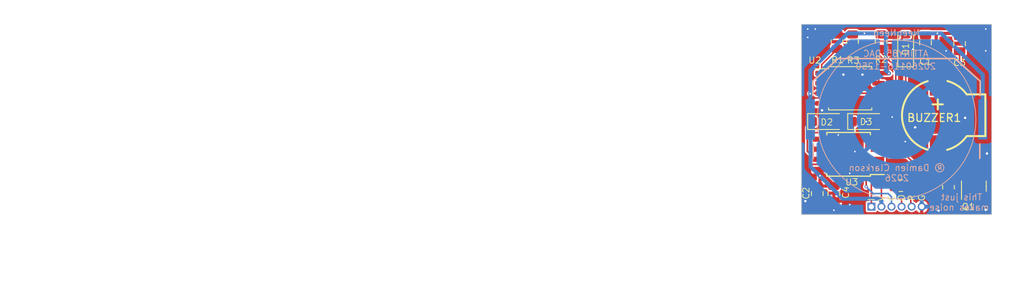
<source format=kicad_pcb>
(kicad_pcb (version 20221018) (generator pcbnew)
  (layers (0 "F.Cu" signal) (31 "B.Cu" signal) (34 "B.Paste" user) (35 "F.Paste" user) (36 "B.SilkS" user "B.Silkscreen") (37 "F.SilkS" user "F.Silkscreen") (38 "B.Mask" user) (39 "F.Mask" user) (44 "Edge.Cuts" user))
  (net 0 "")
  (net 1 "GND")
  (net 2 "3.3v")
  (net 3 "Net-(D1-A)")
  (net 4 "PB4")
  (net 5 "PB3")
  (net 6 "Net-(Q1-B)")
  (net 7 "Net-(D2-A)")
  (net 8 "Net-(D3-A)")
  (net 9 "PB2{slash}SCK")
  (net 10 "PB0{slash}MOSI")
  (net 11 "PB1{slash}MISO")
  (net 12 "PB5{slash}RESET")
  (net 13 "Net-(BUZZER1--)")
  (footprint "Capacitor_SMD:C_0805_2012Metric" (layer "F.Cu") (at 103.65 90.35 -90)
    (fp_text reference "C1" (at 2.35 0 unlocked) (layer "F.SilkS") (effects (font (size 0.8 0.8) (thickness 0.1))))
    (fp_text value "47uF")
    (fp_line (start -0.261252 -0.735) (end 0.261252 -0.735) (stroke (width 0.12)) (layer "F.SilkS"))
    (fp_line (start -0.261252 0.735) (end 0.261252 0.735) (stroke (width 0.12)) (layer "F.SilkS"))
    (pad "1" smd roundrect (at -0.95 0 270) (size 1 1.45) (layers "F.Cu" "F.Paste" "F.Mask") (net 2 "3.3v"))
    (pad "2" smd roundrect (at 0.95 0 270) (size 1 1.45) (layers "F.Cu" "F.Paste" "F.Mask") (net 1 "GND"))
  )
  (footprint "Niffum:BUZ-SMD_FUET-9025-XXV" (layer "F.Cu") (at 105.2 99.5 -90)
    (fp_text reference "BUZZER1" (at 0.3 0.45) (layer "F.SilkS"))
    (fp_text value "YS-SBZ9032C03R16_C409828")
    (fp_line (start -2.66 -6) (end 2.6 -6) (stroke (width 0.25)) (layer "F.SilkS"))
    (fp_line (start -2.66 -3.65) (end -2.66 -6) (stroke (width 0.25)) (layer "F.SilkS"))
    (fp_line (start -2.03 0) (end -0.76 0) (stroke (width 0.25)) (layer "F.SilkS"))
    (fp_line (start -1.4 0.64) (end -1.4 -0.63) (stroke (width 0.25)) (layer "F.SilkS"))
    (fp_line (start 2.6 -6) (end 2.6 -3.7) (stroke (width 0.25)) (layer "F.SilkS"))
    (fp_arc (start -4.34 -1.22) (mid -3.70574 -2.577946) (end -2.660927 -3.652502) (stroke (width 0.25)) (layer "F.SilkS"))
    (fp_arc (start 2.63 -3.63) (mid 3.692615 -2.549823) (end 4.336345 -1.178129) (stroke (width 0.25)) (layer "F.SilkS"))
    (fp_arc (start 4.32 1.27) (mid -0.000016 4.51) (end -4.320009 1.269969) (stroke (width 0.25)) (layer "F.SilkS"))
    (pad "1" smd rect (at -4 0 90) (size 3 2) (layers "F.Cu" "F.Paste" "F.Mask") (net 2 "3.3v"))
    (pad "2" smd rect (at 4 0 90) (size 3 2) (layers "F.Cu" "F.Paste" "F.Mask") (net 13 "Net-(BUZZER1--)"))
  )
  (footprint "Diode_SMD:D_SOD-123" (layer "F.Cu") (at 96.2 100.27125)
    (fp_text reference "D3" (at -0.05 0.02875) (layer "F.SilkS") (effects (font (size 0.8 0.8) (thickness 0.1))))
    (fp_text value "1N4148W")
    (fp_line (start -2.36 -1) (end -2.36 1) (stroke (width 0.12)) (layer "F.SilkS"))
    (fp_line (start -2.36 -1) (end 1.65 -1) (stroke (width 0.12)) (layer "F.SilkS"))
    (fp_line (start -2.36 1) (end 1.65 1) (stroke (width 0.12)) (layer "F.SilkS"))
    (pad "1" smd roundrect (at -1.65 0) (size 0.9 1.2) (layers "F.Cu" "F.Paste" "F.Mask") (net 10 "PB0{slash}MOSI"))
    (pad "2" smd roundrect (at 1.65 0) (size 0.9 1.2) (layers "F.Cu" "F.Paste" "F.Mask") (net 8 "Net-(D3-A)"))
  )
  (footprint "Resistor_SMD:R_0805_2012Metric" (layer "F.Cu") (at 100.55 108.35)
    (fp_text reference "R6" hide)
    (fp_text value "10K")
    (fp_line (start -0.227064 -0.735) (end 0.227064 -0.735) (stroke (width 0.12)) (layer "F.SilkS"))
    (fp_line (start -0.227064 0.735) (end 0.227064 0.735) (stroke (width 0.12)) (layer "F.SilkS"))
    (pad "1" smd roundrect (at -0.9125 0) (size 1.025 1.4) (layers "F.Cu" "F.Paste" "F.Mask") (roundrect_rratio 0.243902439) (net 2 "3.3v"))
    (pad "2" smd roundrect (at 0.9125 0) (size 1.025 1.4) (layers "F.Cu" "F.Paste" "F.Mask") (roundrect_rratio 0.243902439) (net 12 "PB5{slash}RESET"))
  )
  (footprint "Resistor_SMD:R_0805_2012Metric" (layer "F.Cu") (at 94.45 90.2 -90)
    (fp_text reference "R3" (at 2.35 -0.1 180) (layer "F.SilkS") (effects (font (size 0.8 0.8) (thickness 0.1))))
    (fp_text value "10k")
    (fp_line (start -0.227064 -0.735) (end 0.227064 -0.735) (stroke (width 0.12)) (layer "F.SilkS"))
    (fp_line (start -0.227064 0.735) (end 0.227064 0.735) (stroke (width 0.12)) (layer "F.SilkS"))
    (pad "1" smd roundrect (at -0.9125 0 270) (size 1.025 1.4) (layers "F.Cu" "F.Paste" "F.Mask") (roundrect_rratio 0.243902439) (net 2 "3.3v"))
    (pad "2" smd roundrect (at 0.9125 0 270) (size 1.025 1.4) (layers "F.Cu" "F.Paste" "F.Mask") (roundrect_rratio 0.243902439) (net 7 "Net-(D2-A)"))
  )
  (footprint "Package_SO:SOIC-8_5.23x5.23mm_P1.27mm" (layer "F.Cu") (at 94.15 96.07125)
    (fp_text reference "U2" (at -4.45 -3.52125) (layer "F.SilkS") (effects (font (size 0.8 0.8) (thickness 0.1))))
    (fp_text value "W25Q32JVSS")
    (fp_line (start -2.725 -2.725) (end -2.725 -2.465) (stroke (width 0.12)) (layer "F.SilkS"))
    (fp_line (start -2.725 -2.465) (end -4.4 -2.465) (stroke (width 0.12)) (layer "F.SilkS"))
    (fp_line (start -2.725 2.725) (end -2.725 2.465) (stroke (width 0.12)) (layer "F.SilkS"))
    (fp_line (start 0 -2.725) (end -2.725 -2.725) (stroke (width 0.12)) (layer "F.SilkS"))
    (fp_line (start 0 -2.725) (end 2.725 -2.725) (stroke (width 0.12)) (layer "F.SilkS"))
    (fp_line (start 0 2.725) (end -2.725 2.725) (stroke (width 0.12)) (layer "F.SilkS"))
    (fp_line (start 0 2.725) (end 2.725 2.725) (stroke (width 0.12)) (layer "F.SilkS"))
    (fp_line (start 2.725 -2.725) (end 2.725 -2.465) (stroke (width 0.12)) (layer "F.SilkS"))
    (fp_line (start 2.725 2.725) (end 2.725 2.465) (stroke (width 0.12)) (layer "F.SilkS"))
    (pad "1" smd roundrect (at -3.6 -1.905) (size 1.6 0.6) (layers "F.Cu" "F.Paste" "F.Mask") (net 3 "Net-(D1-A)"))
    (pad "2" smd roundrect (at -3.6 -0.635) (size 1.6 0.6) (layers "F.Cu" "F.Paste" "F.Mask") (net 11 "PB1{slash}MISO"))
    (pad "3" smd roundrect (at -3.6 0.635) (size 1.6 0.6) (layers "F.Cu" "F.Paste" "F.Mask") (net 2 "3.3v"))
    (pad "4" smd roundrect (at -3.6 1.905) (size 1.6 0.6) (layers "F.Cu" "F.Paste" "F.Mask") (net 1 "GND"))
    (pad "5" smd roundrect (at 3.6 1.905) (size 1.6 0.6) (layers "F.Cu" "F.Paste" "F.Mask") (net 8 "Net-(D3-A)"))
    (pad "6" smd roundrect (at 3.6 0.635) (size 1.6 0.6) (layers "F.Cu" "F.Paste" "F.Mask") (net 7 "Net-(D2-A)"))
    (pad "7" smd roundrect (at 3.6 -0.635) (size 1.6 0.6) (layers "F.Cu" "F.Paste" "F.Mask") (net 2 "3.3v"))
    (pad "8" smd roundrect (at 3.6 -1.905) (size 1.6 0.6) (layers "F.Cu" "F.Paste" "F.Mask") (net 2 "3.3v"))
  )
  (footprint "Diode_SMD:D_SOD-123" (layer "F.Cu") (at 91.15 100.27125)
    (fp_text reference "D2" (at 0.05 0.07875) (layer "F.SilkS") (effects (font (size 0.8 0.8) (thickness 0.1))))
    (fp_text value "1N4148W")
    (fp_line (start -2.36 -1) (end -2.36 1) (stroke (width 0.12)) (layer "F.SilkS"))
    (fp_line (start -2.36 -1) (end 1.65 -1) (stroke (width 0.12)) (layer "F.SilkS"))
    (fp_line (start -2.36 1) (end 1.65 1) (stroke (width 0.12)) (layer "F.SilkS"))
    (pad "1" smd roundrect (at -1.65 0) (size 0.9 1.2) (layers "F.Cu" "F.Paste" "F.Mask") (net 9 "PB2{slash}SCK"))
    (pad "2" smd roundrect (at 1.65 0) (size 0.9 1.2) (layers "F.Cu" "F.Paste" "F.Mask") (net 7 "Net-(D2-A)"))
  )
  (footprint "Resistor_SMD:R_0805_2012Metric" (layer "F.Cu") (at 98.05 90.2 -90)
    (fp_text reference "R2" (at 2.25 0 180) (layer "F.SilkS") (effects (font (size 0.8 0.8) (thickness 0.1))))
    (fp_text value "10k")
    (fp_line (start -0.227064 -0.735) (end 0.227064 -0.735) (stroke (width 0.12)) (layer "F.SilkS"))
    (fp_line (start -0.227064 0.735) (end 0.227064 0.735) (stroke (width 0.12)) (layer "F.SilkS"))
    (pad "1" smd roundrect (at -0.9125 0 270) (size 1.025 1.4) (layers "F.Cu" "F.Paste" "F.Mask") (roundrect_rratio 0.243902439) (net 2 "3.3v"))
    (pad "2" smd roundrect (at 0.9125 0 270) (size 1.025 1.4) (layers "F.Cu" "F.Paste" "F.Mask") (roundrect_rratio 0.243902439) (net 8 "Net-(D3-A)"))
  )
  (footprint "Diode_SMD:D_SOD-123" (layer "F.Cu") (at 101.15 91 90)
    (fp_text reference "D1" (at -0.15 0 90) (layer "F.SilkS") (effects (font (size 0.8 0.8) (thickness 0.1))))
    (fp_text value "1N4148W")
    (fp_line (start -2.36 -1) (end -2.36 1) (stroke (width 0.12)) (layer "F.SilkS"))
    (fp_line (start -2.36 -1) (end 1.65 -1) (stroke (width 0.12)) (layer "F.SilkS"))
    (fp_line (start -2.36 1) (end 1.65 1) (stroke (width 0.12)) (layer "F.SilkS"))
    (pad "1" smd roundrect (at -1.65 0 90) (size 0.9 1.2) (layers "F.Cu" "F.Paste" "F.Mask") (net 5 "PB3"))
    (pad "2" smd roundrect (at 1.65 0 90) (size 0.9 1.2) (layers "F.Cu" "F.Paste" "F.Mask") (net 3 "Net-(D1-A)"))
  )
  (footprint "Package_SO:SOIC-8W_5.3x5.3mm_P1.27mm" (layer "F.Cu") (at 93.95 104.4 180)
    (fp_text reference "U3" (at -0.4 -3.5) (layer "F.SilkS") (effects (font (size 0.8 0.8) (thickness 0.1))))
    (fp_text value "ATtiny85-20SU")
    (fp_line (start -2.75 -2.755) (end -2.75 -2.55) (stroke (width 0.15)) (layer "F.SilkS"))
    (fp_line (start -2.75 -2.755) (end 2.75 -2.755) (stroke (width 0.15)) (layer "F.SilkS"))
    (fp_line (start -2.75 -2.55) (end -4.5 -2.55) (stroke (width 0.15)) (layer "F.SilkS"))
    (fp_line (start -2.75 2.755) (end -2.75 2.455) (stroke (width 0.15)) (layer "F.SilkS"))
    (fp_line (start -2.75 2.755) (end 2.75 2.755) (stroke (width 0.15)) (layer "F.SilkS"))
    (fp_line (start 2.75 -2.755) (end 2.75 -2.455) (stroke (width 0.15)) (layer "F.SilkS"))
    (fp_line (start 2.75 2.755) (end 2.75 2.455) (stroke (width 0.15)) (layer "F.SilkS"))
    (pad "1" smd rect (at -3.65 -1.905 180) (size 1.7 0.65) (layers "F.Cu" "F.Paste" "F.Mask") (net 12 "PB5{slash}RESET"))
    (pad "2" smd rect (at -3.65 -0.635 180) (size 1.7 0.65) (layers "F.Cu" "F.Paste" "F.Mask") (net 5 "PB3"))
    (pad "3" smd rect (at -3.65 0.635 180) (size 1.7 0.65) (layers "F.Cu" "F.Paste" "F.Mask") (net 4 "PB4"))
    (pad "4" smd rect (at -3.65 1.905 180) (size 1.7 0.65) (layers "F.Cu" "F.Paste" "F.Mask") (net 1 "GND"))
    (pad "5" smd rect (at 3.65 1.905 180) (size 1.7 0.65) (layers "F.Cu" "F.Paste" "F.Mask") (net 10 "PB0{slash}MOSI"))
    (pad "6" smd rect (at 3.65 0.635 180) (size 1.7 0.65) (layers "F.Cu" "F.Paste" "F.Mask") (net 11 "PB1{slash}MISO"))
    (pad "7" smd rect (at 3.65 -0.635 180) (size 1.7 0.65) (layers "F.Cu" "F.Paste" "F.Mask") (net 9 "PB2{slash}SCK"))
    (pad "8" smd rect (at 3.65 -1.905 180) (size 1.7 0.65) (layers "F.Cu" "F.Paste" "F.Mask") (net 2 "3.3v"))
  )
  (footprint "Capacitor_SMD:C_0805_2012Metric" (layer "F.Cu") (at 107.95 90.45 -90)
    (fp_text reference "C3" (at 2.4 0 -180) (layer "F.SilkS") (effects (font (size 0.8 0.8) (thickness 0.1))))
    (fp_text value "100nF")
    (fp_line (start -0.261252 -0.735) (end 0.261252 -0.735) (stroke (width 0.12)) (layer "F.SilkS"))
    (fp_line (start -0.261252 0.735) (end 0.261252 0.735) (stroke (width 0.12)) (layer "F.SilkS"))
    (pad "1" smd roundrect (at -0.95 0 270) (size 1 1.45) (layers "F.Cu" "F.Paste" "F.Mask") (net 2 "3.3v"))
    (pad "2" smd roundrect (at 0.95 0 270) (size 1 1.45) (layers "F.Cu" "F.Paste" "F.Mask") (net 13 "Net-(BUZZER1--)"))
  )
  (footprint "Resistor_SMD:R_0805_2012Metric" (layer "F.Cu") (at 92.5 90.2 -90)
    (fp_text reference "R1" (at 2.3 -0.05) (layer "F.SilkS") (effects (font (size 0.8 0.8) (thickness 0.1))))
    (fp_text value "10k")
    (fp_line (start -0.227064 -0.735) (end 0.227064 -0.735) (stroke (width 0.12)) (layer "F.SilkS"))
    (fp_line (start -0.227064 0.735) (end 0.227064 0.735) (stroke (width 0.12)) (layer "F.SilkS"))
    (pad "1" smd roundrect (at -0.9125 0 270) (size 1.025 1.4) (layers "F.Cu" "F.Paste" "F.Mask") (roundrect_rratio 0.243902439) (net 2 "3.3v"))
    (pad "2" smd roundrect (at 0.9125 0 270) (size 1.025 1.4) (layers "F.Cu" "F.Paste" "F.Mask") (roundrect_rratio 0.243902439) (net 3 "Net-(D1-A)"))
  )
  (footprint "Package_TO_SOT_SMD:SOT-23" (layer "F.Cu") (at 109.75 108.4125 90)
    (fp_text reference "Q1" (at -2.6 -0.7 unlocked) (layer "F.SilkS") (effects (font (size 0.8 0.8) (thickness 0.1))))
    (fp_text value "MMBT3904")
    (fp_line (start 0 -1.56) (end -1.675 -1.56) (stroke (width 0.12)) (layer "F.SilkS"))
    (fp_line (start 0 -1.56) (end 0.65 -1.56) (stroke (width 0.12)) (layer "F.SilkS"))
    (fp_line (start 0 1.56) (end -0.65 1.56) (stroke (width 0.12)) (layer "F.SilkS"))
    (fp_line (start 0 1.56) (end 0.65 1.56) (stroke (width 0.12)) (layer "F.SilkS"))
    (pad "1" smd roundrect (at -0.9375 -0.95 90) (size 1.475 0.6) (layers "F.Cu" "F.Paste" "F.Mask") (net 6 "Net-(Q1-B)"))
    (pad "2" smd roundrect (at -0.9375 0.95 90) (size 1.475 0.6) (layers "F.Cu" "F.Paste" "F.Mask") (net 1 "GND"))
    (pad "3" smd roundrect (at 0.9375 0 90) (size 1.475 0.6) (layers "F.Cu" "F.Paste" "F.Mask") (net 13 "Net-(BUZZER1--)"))
  )
  (footprint "Global Kicad FootprintLibrary:PRG-Header_1x06_P1.27mm" (layer "F.Cu") (at 96.825 111 90)
    (fp_text reference "J1" hide)
    (fp_text value "Conn_02x03_Odd_Even")
    (fp_text user "O" (at 0.635 3.81 90 unlocked) (layer "F.SilkS") (effects (font (size 0.8 0.8) (thickness 0.1)) (justify left)))
    (fp_text user "R" (at 0.635 5.08 90 unlocked) (layer "F.SilkS") (effects (font (size 0.8 0.8) (thickness 0.1)) (justify left)))
    (fp_text user "C" (at 0.635 2.54 90 unlocked) (layer "F.SilkS") (effects (font (size 0.8 0.8) (thickness 0.1)) (justify left)))
    (fp_text user "G" (at 0.635 6.35 90 unlocked) (layer "F.SilkS") (effects (font (size 0.8 0.8) (thickness 0.1)) (justify left)))
    (fp_text user "V" (at 0.635 1.27 90 unlocked) (layer "F.SilkS") (effects (font (size 0.8 0.8) (thickness 0.1)) (justify left)))
    (fp_text user "I" (at 0.635 0 90 unlocked) (layer "F.SilkS") (effects (font (size 0.8 0.8) (thickness 0.1)) (justify left)))
    (pad "1" thru_hole rect (at 0 0 90) (size 1 1) (drill 0.65) (layers "*.Cu" "F.Mask") (net 11 "PB1{slash}MISO"))
    (pad "2" thru_hole oval (at 0 1.27 90) (size 1 1) (drill 0.65) (layers "*.Cu" "F.Mask") (net 2 "3.3v"))
    (pad "3" thru_hole oval (at 0 2.54 90) (size 1 1) (drill 0.65) (layers "*.Cu" "F.Mask") (net 9 "PB2{slash}SCK"))
    (pad "4" thru_hole oval (at 0 3.81 90) (size 1 1) (drill 0.65) (layers "*.Cu" "F.Mask") (net 10 "PB0{slash}MOSI"))
    (pad "5" thru_hole oval (at 0 5.08 90) (size 1 1) (drill 0.65) (layers "*.Cu" "F.Mask") (net 12 "PB5{slash}RESET"))
    (pad "6" thru_hole oval (at 0 6.35 90) (size 1 1) (drill 0.65) (layers "*.Cu" "F.Mask") (net 1 "GND"))
  )
  (footprint "Capacitor_SMD:C_0805_2012Metric" (layer "F.Cu") (at 92.1 109.35 -90)
    (fp_text reference "C4" (at -0.15 -1.5 -90) (layer "F.SilkS") (effects (font (size 0.8 0.8) (thickness 0.1))))
    (fp_text value "100nF")
    (fp_line (start -0.261252 -0.735) (end 0.261252 -0.735) (stroke (width 0.12)) (layer "F.SilkS"))
    (fp_line (start -0.261252 0.735) (end 0.261252 0.735) (stroke (width 0.12)) (layer "F.SilkS"))
    (pad "1" smd roundrect (at -0.95 0 270) (size 1 1.45) (layers "F.Cu" "F.Paste" "F.Mask") (net 2 "3.3v"))
    (pad "2" smd roundrect (at 0.95 0 270) (size 1 1.45) (layers "F.Cu" "F.Paste" "F.Mask") (net 1 "GND"))
  )
  (footprint "Capacitor_SMD:C_0805_2012Metric" (layer "F.Cu") (at 90 109.35 -90)
    (fp_text reference "C2" (at -0.05 1.4 90 unlocked) (layer "F.SilkS") (effects (font (size 0.8 0.8) (thickness 0.1))))
    (fp_text value "100nF")
    (fp_line (start -0.261252 -0.735) (end 0.261252 -0.735) (stroke (width 0.12)) (layer "F.SilkS"))
    (fp_line (start -0.261252 0.735) (end 0.261252 0.735) (stroke (width 0.12)) (layer "F.SilkS"))
    (pad "1" smd roundrect (at -0.95 0 270) (size 1 1.45) (layers "F.Cu" "F.Paste" "F.Mask") (net 2 "3.3v"))
    (pad "2" smd roundrect (at 0.95 0 270) (size 1 1.45) (layers "F.Cu" "F.Paste" "F.Mask") (net 1 "GND"))
  )
  (footprint "Resistor_SMD:R_0805_2012Metric" (layer "F.Cu") (at 106.55 108.55 -90)
    (fp_text reference "R7" hide)
    (fp_text value "1k")
    (fp_line (start -0.227064 -0.735) (end 0.227064 -0.735) (stroke (width 0.12)) (layer "F.SilkS"))
    (fp_line (start -0.227064 0.735) (end 0.227064 0.735) (stroke (width 0.12)) (layer "F.SilkS"))
    (pad "1" smd roundrect (at -0.9125 0 270) (size 1.025 1.4) (layers "F.Cu" "F.Paste" "F.Mask") (roundrect_rratio 0.243902439) (net 4 "PB4"))
    (pad "2" smd roundrect (at 0.9125 0 270) (size 1.025 1.4) (layers "F.Cu" "F.Paste" "F.Mask") (roundrect_rratio 0.243902439) (net 6 "Net-(Q1-B)"))
  )
  (footprint "Global Kicad FootprintLibrary:BatteryHolder_SMD_TAB_2032" (layer "B.Cu") (at 100 100 180)
    (fp_text reference "BT1" hide)
    (fp_text value "Battery")
    (fp_line (start -10.55 4.825) (end -10.55 3) (stroke (width 0.2)) (layer "B.SilkS"))
    (fp_line (start -10.55 4.825) (end -7.35 7.675) (stroke (width 0.2)) (layer "B.SilkS"))
    (fp_line (start -10.5 -3.0875) (end -10.5 -4.9125) (stroke (width 0.2)) (layer "B.SilkS"))
    (fp_line (start -7.35 7.675) (end 7.35 7.675) (stroke (width 0.2)) (layer "B.SilkS"))
    (fp_line (start 10.5 -3.0875) (end 10.5 -4.9125) (stroke (width 0.2)) (layer "B.SilkS"))
    (fp_line (start 10.55 4.825) (end 7.35 7.675) (stroke (width 0.2)) (layer "B.SilkS"))
    (fp_line (start 10.55 4.825) (end 10.55 3) (stroke (width 0.2)) (layer "B.SilkS"))
    (fp_circle (center 0 0) (end 10 0) (stroke (width 0.1)) (fill none) (layer "B.SilkS"))
    (pad "1" smd rect (at -10.875 0 180) (size 1.15 5.08) (layers "B.Cu" "B.Paste" "B.Mask") (net 2 "3.3v"))
    (pad "1" smd rect (at 10.875 0 180) (size 1.15 5.08) (layers "B.Cu" "B.Paste" "B.Mask") (net 2 "3.3v"))
    (pad "2" smd circle (at 0 0 180) (size 10 10) (layers "B.Cu" "B.Mask") (net 1 "GND"))
  )
  (gr_rect (start 88 88) (end 112 112) (stroke (width 0.1)) (fill none) (layer "Edge.Cuts"))
  (gr_text "ATTINY85 DAC" (at 99.9 91.7) (layer "B.SilkS") (effects (font (size 0.8 0.8) (thickness 0.1)) (justify mirror)))
  (gr_text "® Damien Clarkson\n2026" (at 100.05 106.75) (layer "B.SilkS") (effects (font (size 0.8 0.8) (thickness 0.1)) (justify mirror)))
  (gr_text "This just \nmakes noise" (at 107.9 110.45) (layer "B.SilkS") (effects (font (size 0.8 0.8) (thickness 0.1)) (justify mirror)))
  (gr_text "NeepNeep" (at 100 89.1) (layer "B.SilkS") (effects (font (size 0.8 0.8) (thickness 0.1)) (justify mirror)))
  (gr_text "20260116-1250" (at 99.9 93.3) (layer "B.SilkS") (effects (font (size 0.8 0.8) (thickness 0.1)) (justify mirror)))
  (via (at 95.7 94.35) (size 0.5) (drill 0.3) (layers "F.Cu" "B.Cu") (net 1))
  (via (at 96.2 100.27125) (size 0.4) (drill 0.2) (layers "F.Cu" "B.Cu") (net 1))
  (via (at 88.8 89.65) (size 0.4) (drill 0.2) (layers "F.Cu" "B.Cu") (net 1))
  (via (at 88.5 110.3) (size 0.5) (drill 0.3) (layers "F.Cu" "B.Cu") (net 1))
  (via (at 94.1 106.8) (size 0.4) (drill 0.2) (layers "F.Cu" "B.Cu") (net 1))
  (via (at 111.4 104.3) (size 0.5) (drill 0.3) (layers "F.Cu" "B.Cu") (net 1))
  (via (at 108.65 99.8) (size 0.5) (drill 0.3) (layers "F.Cu" "B.Cu") (net 1))
  (via (at 92.65 101.95) (size 0.4) (drill 0.2) (layers "F.Cu" "B.Cu") (net 1))
  (via (at 92.1 111.45) (size 0.4) (drill 0.2) (layers "F.Cu" "B.Cu") (net 1))
  (via (at 111.25 111.4) (size 0.5) (drill 0.3) (layers "F.Cu" "B.Cu") (net 1))
  (via (at 111.25 91.35) (size 0.4) (drill 0.2) (layers "F.Cu" "B.Cu") (net 1))
  (via (at 89.75 88.6) (size 0.4) (drill 0.2) (layers "F.Cu" "B.Cu") (net 1))
  (via (at 101.1 102.8) (size 0.4) (drill 0.2) (layers "F.Cu" "B.Cu") (net 1))
  (via (at 102.35 101) (size 0.5) (drill 0.3) (layers "F.Cu" "B.Cu") (net 1))
  (via (at 105.3 111.5) (size 0.5) (drill 0.3) (layers "F.Cu" "B.Cu") (net 1))
  (via (at 106.25 91.35) (size 0.4) (drill 0.2) (layers "F.Cu" "B.Cu") (net 1))
  (via (at 102.05 91.15) (size 0.4) (drill 0.2) (layers "F.Cu" "B.Cu") (net 1))
  (via (at 99.45 99.7) (size 0.4) (drill 0.2) (layers "F.Cu" "B.Cu") (net 1))
  (via (at 93.3 94.35) (size 0.5) (drill 0.3) (layers "F.Cu" "B.Cu") (net 1))
  (via (at 90.6 98.85) (size 0.5) (drill 0.3) (layers "F.Cu" "B.Cu") (net 1))
  (via (at 94.75 104.05) (size 0.4) (drill 0.2) (layers "F.Cu" "B.Cu") (net 1))
  (via (at 88.8 88.6) (size 0.4) (drill 0.2) (layers "F.Cu" "B.Cu") (net 1))
  (via (at 94.1 110.75) (size 0.4) (drill 0.2) (layers "F.Cu" "B.Cu") (net 1))
  (via (at 111.25 88.6) (size 0.4) (drill 0.2) (layers "F.Cu" "B.Cu") (net 1))
  (segment (start 103.55 89.3) (end 103.65 89.4) (width 0.2) (layer "F.Cu") (net 2))
  (segment (start 105.15 89.15) (end 103.55 89.15) (width 0.4) (layer "F.Cu") (net 2))
  (segment (start 94.45 89.2875) (end 92.5 89.2875) (width 0.4) (layer "F.Cu") (net 2))
  (segment (start 103.55 89.15) (end 103.55 89.3) (width 0.2) (layer "F.Cu") (net 2))
  (segment (start 107.6 89.15) (end 107.95 89.5) (width 0.4) (layer "F.Cu") (net 2))
  (segment (start 105.15 89.15) (end 105 89.3) (width 0.4) (layer "F.Cu") (net 2))
  (segment (start 99.05 94.2) (end 97.78375 94.2) (width 0.5) (layer "F.Cu") (net 2))
  (segment (start 98.095 108.605) (end 98.25 108.45) (width 0.2) (layer "F.Cu") (net 2))
  (segment (start 97.78375 94.2) (end 97.75 94.16625) (width 0.5) (layer "F.Cu") (net 2))
  (segment (start 89.16875 96.70625) (end 89.125 96.75) (width 0.2) (layer "F.Cu") (net 2))
  (segment (start 90.55 96.70625) (end 89.16875 96.70625) (width 0.2) (layer "F.Cu") (net 2))
  (segment (start 105 89.3) (end 105 95.125) (width 0.4) (layer "F.Cu") (net 2))
  (segment (start 105.15 89.15) (end 107.6 89.15) (width 0.4) (layer "F.Cu") (net 2))
  (segment (start 90.35 107.1) (end 90.35 108.05) (width 0.4) (layer "F.Cu") (net 2))
  (segment (start 90.35 108.05) (end 90 108.4) (width 0.4) (layer "F.Cu") (net 2))
  (segment (start 95.95 89.15) (end 94.5875 89.15) (width 0.4) (layer "F.Cu") (net 2))
  (segment (start 90.35 106.355) (end 90.3 106.305) (width 0.4) (layer "F.Cu") (net 2))
  (segment (start 98.095 111) (end 98.095 108.605) (width 0.2) (layer "F.Cu") (net 2))
  (segment (start 95.95 89.15) (end 97.9125 89.15) (width 0.4) (layer "F.Cu") (net 2))
  (segment (start 97.75 95.43625) (end 97.75 94.16625) (width 0.2) (layer "F.Cu") (net 2))
  (segment (start 94.5875 89.15) (end 94.45 89.2875) (width 0.4) (layer "F.Cu") (net 2))
  (segment (start 90.3 106.45) (end 90.3 106.305) (width 0.4) (layer "F.Cu") (net 2))
  (segment (start 92.25 108.4) (end 90.3 106.45) (width 0.4) (layer "F.Cu") (net 2))
  (segment (start 98.25 108.45) (end 99.6375 108.45) (width 0.2) (layer "F.Cu") (net 2))
  (segment (start 90.35 107.1) (end 90.35 106.355) (width 0.4) (layer "F.Cu") (net 2))
  (segment (start 97.9125 89.15) (end 98.05 89.2875) (width 0.4) (layer "F.Cu") (net 2))
  (segment (start 90 108.4) (end 92.1 108.4) (width 0.4) (layer "F.Cu") (net 2))
  (via (at 95.95 89.15) (size 0.4) (drill 0.2) (layers "F.Cu" "B.Cu") (net 2))
  (via (at 105.15 89.15) (size 0.4) (drill 0.2) (layers "F.Cu" "B.Cu") (net 2))
  (via (at 99.05 94.2) (size 0.4) (drill 0.2) (layers "F.Cu" "B.Cu") (net 2))
  (via (at 89.125 96.75) (size 0.4) (drill 0.2) (layers "F.Cu" "B.Cu") (net 2))
  (via (at 90.35 107.1) (size 0.4) (drill 0.2) (layers "F.Cu" "B.Cu") (net 2))
  (segment (start 97.802106 110) (end 98.095 110.292894) (width 0.5) (layer "B.Cu") (net 2))
  (segment (start 93.831452 89.15) (end 98.65 89.15) (width 0.5) (layer "B.Cu") (net 2))
  (segment (start 110.875 94.375) (end 110.875 100) (width 0.5) (layer "B.Cu") (net 2))
  (segment (start 93.2 110) (end 97.802106 110) (width 0.5) (layer "B.Cu") (net 2))
  (segment (start 89.125 100) (end 89.15 100.025) (width 0.5) (layer "B.Cu") (net 2))
  (segment (start 98.095 110.292894) (end 98.095 111) (width 0.5) (layer "B.Cu") (net 2))
  (segment (start 105.65 89.15) (end 110.875 94.375) (width 0.5) (layer "B.Cu") (net 2))
  (segment (start 98.65 89.15) (end 98.65 93.8) (width 0.5) (layer "B.Cu") (net 2))
  (segment (start 89.125 100) (end 89.125 96.75) (width 0.5) (layer "B.Cu") (net 2))
  (segment (start 89.15 105.95) (end 93.2 110) (width 0.5) (layer "B.Cu") (net 2))
  (segment (start 98.65 93.8) (end 99.05 94.2) (width 0.5) (layer "B.Cu") (net 2))
  (segment (start 98.65 89.15) (end 105.65 89.15) (width 0.5) (layer "B.Cu") (net 2))
  (segment (start 89.15 100.025) (end 89.15 104.15) (width 0.5) (layer "B.Cu") (net 2))
  (segment (start 89.125 96.75) (end 89.125 93.856452) (width 0.5) (layer "B.Cu") (net 2))
  (segment (start 89.125 93.856452) (end 93.831452 89.15) (width 0.5) (layer "B.Cu") (net 2))
  (segment (start 89.15 104.15) (end 89.15 105.95) (width 0.5) (layer "B.Cu") (net 2))
  (segment (start 92.5 91.1125) (end 92.5 90.75) (width 0.2) (layer "F.Cu") (net 3))
  (segment (start 100.35 90.15) (end 93.1 90.15) (width 0.2) (layer "F.Cu") (net 3))
  (segment (start 101.15 89.35) (end 100.35 90.15) (width 0.2) (layer "F.Cu") (net 3))
  (segment (start 92.5 90.75) (end 93.1 90.15) (width 0.2) (layer "F.Cu") (net 3))
  (segment (start 90.55 94.16625) (end 90.55 93.1) (width 0.2) (layer "F.Cu") (net 3))
  (segment (start 92.2 91.45) (end 92.9 91.45) (width 0.2) (layer "F.Cu") (net 3))
  (segment (start 90.55 93.1) (end 92.2 91.45) (width 0.2) (layer "F.Cu") (net 3))
  (segment (start 99.01 104.65) (end 101.3125 104.65) (width 0.2) (layer "F.Cu") (net 4))
  (segment (start 98.125 103.765) (end 99.01 104.65) (width 0.2) (layer "F.Cu") (net 4))
  (segment (start 104.3 107.6375) (end 106.55 107.6375) (width 0.2) (layer "F.Cu") (net 4))
  (segment (start 101.3125 104.65) (end 104.3 107.6375) (width 0.2) (layer "F.Cu") (net 4))
  (segment (start 97.6 103.765) (end 98.125 103.765) (width 0.2) (layer "F.Cu") (net 4))
  (segment (start 96.15 104.45) (end 96.735 105.035) (width 0.2) (layer "F.Cu") (net 5))
  (segment (start 100.05 101.35) (end 96.85 101.35) (width 0.2) (layer "F.Cu") (net 5))
  (segment (start 96.85 101.35) (end 96.15 102.05) (width 0.2) (layer "F.Cu") (net 5))
  (segment (start 96.735 105.035) (end 97.6 105.035) (width 0.2) (layer "F.Cu") (net 5))
  (segment (start 101.15 92.65) (end 101.15 100.25) (width 0.2) (layer "F.Cu") (net 5))
  (segment (start 96.15 102.05) (end 96.15 104.45) (width 0.2) (layer "F.Cu") (net 5))
  (segment (start 101.15 100.25) (end 100.05 101.35) (width 0.2) (layer "F.Cu") (net 5))
  (segment (start 106.55 109.4625) (end 108.6875 109.4625) (width 0.2) (layer "F.Cu") (net 6))
  (segment (start 108.6875 109.4625) (end 108.8 109.35) (width 0.2) (layer "F.Cu") (net 6))
  (segment (start 97.75 96.70625) (end 96.35 96.70625) (width 0.2) (layer "F.Cu") (net 7))
  (segment (start 94.45 91.1125) (end 94.45 95.45) (width 0.2) (layer "F.Cu") (net 7))
  (segment (start 93.125 96.775) (end 92.8 97.1) (width 0.2) (layer "F.Cu") (net 7))
  (segment (start 92.8 100.27125) (end 92.8 97.1) (width 0.2) (layer "F.Cu") (net 7))
  (segment (start 94.1 96.70625) (end 93.19375 96.70625) (width 0.2) (layer "F.Cu") (net 7))
  (segment (start 96.35 96.70625) (end 94.1 96.70625) (width 0.2) (layer "F.Cu") (net 7))
  (segment (start 93.19375 96.70625) (end 93.125 96.775) (width 0.2) (layer "F.Cu") (net 7))
  (segment (start 93.625 96.275) (end 93.125 96.775) (width 0.2) (layer "F.Cu") (net 7))
  (segment (start 94.45 95.45) (end 93.625 96.275) (width 0.2) (layer "F.Cu") (net 7))
  (segment (start 99.9 93.4125) (end 99.9 97.35) (width 0.2) (layer "F.Cu") (net 8))
  (segment (start 98.05 91.1125) (end 98.05 91.5625) (width 0.2) (layer "F.Cu") (net 8))
  (segment (start 98.05 91.5625) (end 99.9 93.4125) (width 0.2) (layer "F.Cu") (net 8))
  (segment (start 97.85 100.27125) (end 97.85 98.07625) (width 0.2) (layer "F.Cu") (net 8))
  (segment (start 99.27375 97.97625) (end 97.75 97.97625) (width 0.2) (layer "F.Cu") (net 8))
  (segment (start 99.9 97.35) (end 99.27375 97.97625) (width 0.2) (layer "F.Cu") (net 8))
  (segment (start 97.85 98.07625) (end 97.75 97.97625) (width 0.2) (layer "F.Cu") (net 8))
  (segment (start 96.171446 107.752818) (end 94.509314 106.090686) (width 0.2) (layer "F.Cu") (net 9))
  (segment (start 88.75 101.02125) (end 89.5 100.27125) (width 0.2) (layer "F.Cu") (net 9))
  (segment (start 93.009314 106.090686) (end 91.953628 105.035) (width 0.2) (layer "F.Cu") (net 9))
  (segment (start 89.775 105.035) (end 88.75 104.01) (width 0.2) (layer "F.Cu") (net 9))
  (segment (start 88.75 104.01) (end 88.75 101.02125) (width 0.2) (layer "F.Cu") (net 9))
  (segment (start 90.3 105.035) (end 89.775 105.035) (width 0.2) (layer "F.Cu") (net 9))
  (segment (start 94.509314 106.090686) (end 93.009314 106.090686) (width 0.2) (layer "F.Cu") (net 9))
  (segment (start 91.953628 105.035) (end 90.3 105.035) (width 0.2) (layer "F.Cu") (net 9))
  (segment (start 96.171446 108.478554) (end 96.171446 107.752818) (width 0.2) (layer "F.Cu") (net 9))
  (via (at 96.171446 108.478554) (size 0.4) (drill 0.2) (layers "F.Cu" "B.Cu") (net 9))
  (segment (start 98.9505 109.3505) (end 99.365 109.765) (width 0.2) (layer "B.Cu") (net 9))
  (segment (start 96.171446 108.478554) (end 97.043392 109.3505) (width 0.2) (layer "B.Cu") (net 9))
  (segment (start 99.365 109.765) (end 99.365 111) (width 0.2) (layer "B.Cu") (net 9))
  (segment (start 97.043392 109.3505) (end 98.9505 109.3505) (width 0.2) (layer "B.Cu") (net 9))
  (segment (start 93.3 105.25) (end 92.35 104.3) (width 0.2) (layer "F.Cu") (net 10))
  (segment (start 100.635 110.15) (end 100.45 109.965) (width 0.2) (layer "F.Cu") (net 10))
  (segment (start 91.95 102.9) (end 91.545 102.495) (width 0.2) (layer "F.Cu") (net 10))
  (segment (start 100.175 107.175) (end 96.725 107.175) (width 0.2) (layer "F.Cu") (net 10))
  (segment (start 100.45 107.45) (end 100.175 107.175) (width 0.2) (layer "F.Cu") (net 10))
  (segment (start 94.55 100.27125) (end 94.55 101.5) (width 0.2) (layer "F.Cu") (net 10))
  (segment (start 94.8 105.25) (end 93.3 105.25) (width 0.2) (layer "F.Cu") (net 10))
  (segment (start 91.545 102.495) (end 91.4 102.495) (width 0.2) (layer "F.Cu") (net 10))
  (segment (start 90.3 102.495) (end 91.4 102.495) (width 0.2) (layer "F.Cu") (net 10))
  (segment (start 93.555 102.495) (end 91.9 102.495) (width 0.2) (layer "F.Cu") (net 10))
  (segment (start 92.35 104.3) (end 92.35 103.3) (width 0.2) (layer "F.Cu") (net 10))
  (segment (start 92.35 103.3) (end 91.95 102.9) (width 0.2) (layer "F.Cu") (net 10))
  (segment (start 91.4 102.495) (end 91.9 102.495) (width 0.2) (layer "F.Cu") (net 10))
  (segment (start 100.45 109.965) (end 100.45 107.45) (width 0.2) (layer "F.Cu") (net 10))
  (segment (start 100.635 111) (end 100.635 110.15) (width 0.2) (layer "F.Cu") (net 10))
  (segment (start 94.55 101.5) (end 93.555 102.495) (width 0.2) (layer "F.Cu") (net 10))
  (segment (start 96.725 107.175) (end 94.8 105.25) (width 0.2) (layer "F.Cu") (net 10))
  (segment (start 93.134314 105.65) (end 91.95 104.465686) (width 0.2) (layer "F.Cu") (net 11))
  (segment (start 91.349999 95.43625) (end 91.85 95.936251) (width 0.2) (layer "F.Cu") (net 11))
  (segment (start 90.360625 101.660625) (end 89.359375 101.660625) (width 0.2) (layer "F.Cu") (net 11))
  (segment (start 96.825 107.840686) (end 94.634314 105.65) (width 0.2) (layer "F.Cu") (net 11))
  (segment (start 89.865 103.765) (end 90.3 103.765) (width 0.2) (layer "F.Cu") (net 11))
  (segment (start 89.359375 101.660625) (end 89.15 101.87) (width 0.2) (layer "F.Cu") (net 11))
  (segment (start 91.95 104.1) (end 91.615 103.765) (width 0.2) (layer "F.Cu") (net 11))
  (segment (start 91.615 103.765) (end 90.3 103.765) (width 0.2) (layer "F.Cu") (net 11))
  (segment (start 94.634314 105.65) (end 93.134314 105.65) (width 0.2) (layer "F.Cu") (net 11))
  (segment (start 91.85 95.936251) (end 91.85 100.17125) (width 0.2) (layer "F.Cu") (net 11))
  (segment (start 89.15 103.05) (end 89.865 103.765) (width 0.2) (layer "F.Cu") (net 11))
  (segment (start 89.15 101.87) (end 89.15 103.05) (width 0.2) (layer "F.Cu") (net 11))
  (segment (start 96.825 111) (end 96.825 107.840686) (width 0.2) (layer "F.Cu") (net 11))
  (segment (start 91.95 104.465686) (end 91.95 104.1) (width 0.2) (layer "F.Cu") (net 11))
  (segment (start 91.85 100.17125) (end 90.360625 101.660625) (width 0.2) (layer "F.Cu") (net 11))
  (segment (start 90.55 95.43625) (end 91.349999 95.43625) (width 0.2) (layer "F.Cu") (net 11))
  (segment (start 101.8 110.895) (end 101.905 111) (width 0.2) (layer "F.Cu") (net 12))
  (segment (start 101.8 106.322862) (end 101.8 110.895) (width 0.2) (layer "F.Cu") (net 12))
  (segment (start 101.8 106.322862) (end 101.782138 106.305) (width 0.2) (layer "F.Cu") (net 12))
  (segment (start 101.782138 106.305) (end 97.6 106.305) (width 0.2) (layer "F.Cu") (net 12))
  (segment (start 107.675 103.875) (end 109.75 105.95) (width 0.2) (layer "F.Cu") (net 13))
  (segment (start 107.95 91.4) (end 107.95 103.6) (width 0.2) (layer "F.Cu") (net 13))
  (segment (start 109.75 105.95) (end 109.75 107.475) (width 0.2) (layer "F.Cu") (net 13))
  (segment (start 107.95 103.6) (end 107.675 103.875) (width 0.2) (layer "F.Cu") (net 13))
  (segment (start 105 103.875) (end 107.675 103.875) (width 0.2) (layer "F.Cu") (net 13))
  (zone (net 1) (net_name "GND") (layer "F.Cu") (connect_pads (clearance 0.2)) (min_thickness 0.127) (fill yes (thermal_gap 0.3) (thermal_bridge_width 0.4))
    (polygon (pts (xy 112 112) (xy 88 112) (xy 88 88) (xy 112 88)))
  )
  (zone (net 1) (net_name "GND") (layer "B.Cu") (connect_pads (clearance 0.508)) (min_thickness 0.254) (fill yes (thermal_gap 0.508) (thermal_bridge_width 0.508))
    (polygon (pts (xy 112 88) (xy 112 112) (xy 88 112) (xy 88 88)))
  )
)
</source>
